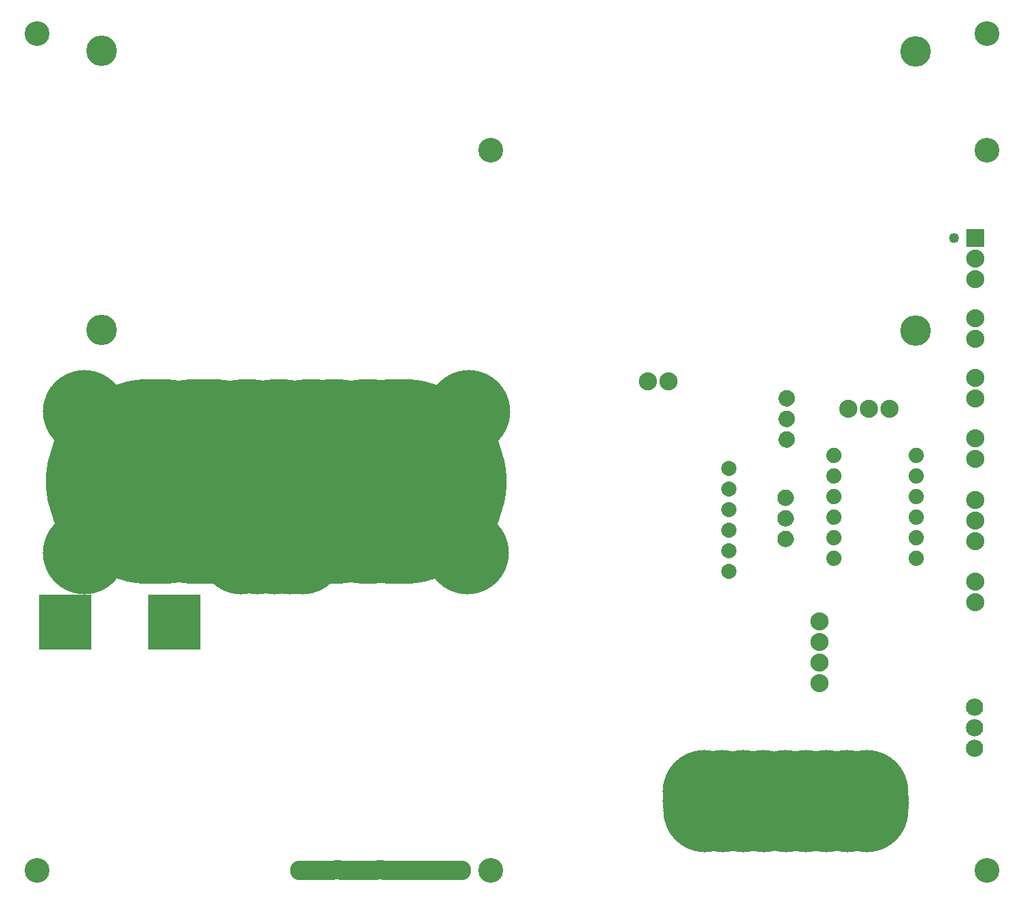
<source format=gbs>
G04 MADE WITH FRITZING*
G04 WWW.FRITZING.ORG*
G04 DOUBLE SIDED*
G04 HOLES PLATED*
G04 CONTOUR ON CENTER OF CONTOUR VECTOR*
%ASAXBY*%
%FSLAX23Y23*%
%MOIN*%
%OFA0B0*%
%SFA1.0B1.0*%
%ADD10C,0.049370*%
%ADD11C,0.096614*%
%ADD12C,0.403700*%
%ADD13C,0.084008*%
%ADD14C,0.084000*%
%ADD15C,0.120236*%
%ADD16C,0.148425*%
%ADD17C,0.073528*%
%ADD18C,0.074000*%
%ADD19C,0.994252*%
%ADD20C,0.088000*%
%ADD21R,0.258087X0.265055*%
%ADD22R,0.088000X0.088000*%
%ADD23R,0.001000X0.001000*%
%LNMASK0*%
G90*
G70*
G54D10*
X4541Y3159D03*
G54D11*
X2148Y86D03*
G54D12*
X4116Y468D03*
X4118Y374D03*
X3820Y469D03*
X3822Y375D03*
X4022Y469D03*
G54D13*
X753Y1292D03*
G54D14*
X223Y1292D03*
G54D12*
X4024Y375D03*
X3517Y469D03*
X3519Y375D03*
X3920Y469D03*
X3922Y375D03*
X3721Y468D03*
X3723Y374D03*
X3614Y469D03*
X3616Y375D03*
X3329Y469D03*
X3327Y422D03*
X3331Y375D03*
X4122Y414D03*
X3415Y469D03*
X3417Y375D03*
G54D15*
X4702Y86D03*
G54D16*
X4354Y2707D03*
X401Y2710D03*
X4354Y4065D03*
X401Y4068D03*
G54D17*
X3448Y2037D03*
X3448Y1937D03*
X3448Y1837D03*
X3448Y1737D03*
X3448Y1637D03*
X3448Y1537D03*
G54D18*
X3959Y1702D03*
X3959Y1802D03*
X3959Y1902D03*
X3959Y2002D03*
X3959Y2102D03*
X4359Y2102D03*
X4359Y2002D03*
X4359Y1902D03*
X4359Y1802D03*
X4359Y1702D03*
X4359Y1602D03*
X3959Y1602D03*
G54D11*
X1547Y87D03*
X1572Y86D03*
X1516Y86D03*
X1462Y86D03*
X1412Y86D03*
X1363Y86D03*
X1962Y86D03*
X1754Y87D03*
X2094Y86D03*
X2044Y86D03*
X1987Y86D03*
G54D14*
X4642Y678D03*
X4642Y778D03*
X4642Y878D03*
G54D11*
X1938Y86D03*
X1883Y86D03*
X1829Y86D03*
X1777Y86D03*
X1727Y86D03*
X1674Y86D03*
X1622Y86D03*
G54D19*
X857Y1976D03*
X1108Y1976D03*
X1418Y1976D03*
X1530Y1976D03*
G54D12*
X1157Y1627D03*
X1315Y1628D03*
X1376Y1627D03*
X1078Y1627D03*
X1240Y1627D03*
X317Y1627D03*
X2179Y1627D03*
X317Y2316D03*
X2184Y2316D03*
G54D19*
X1871Y1974D03*
X627Y1974D03*
X693Y1976D03*
X937Y1976D03*
X1695Y1976D03*
X1260Y1976D03*
X1820Y1976D03*
G54D11*
X2119Y86D03*
X2013Y86D03*
X1908Y86D03*
X1802Y86D03*
X1699Y86D03*
X1597Y86D03*
X1491Y86D03*
X1388Y86D03*
X2067Y86D03*
X1856Y86D03*
X1649Y86D03*
X1442Y85D03*
G54D15*
X4702Y86D03*
X4702Y4150D03*
X86Y4150D03*
X86Y86D03*
G54D20*
X4645Y2477D03*
X4645Y2377D03*
X4026Y2328D03*
X4126Y2328D03*
X4226Y2328D03*
X3153Y2462D03*
X3053Y2462D03*
X4644Y1487D03*
X4644Y1387D03*
X3888Y1293D03*
X3888Y1193D03*
X3888Y1093D03*
X3888Y993D03*
X4644Y1886D03*
X4644Y1786D03*
X4644Y1686D03*
X4644Y2185D03*
X4644Y2085D03*
X4644Y2769D03*
X4644Y2669D03*
X4645Y3157D03*
X4645Y3057D03*
X4645Y2957D03*
G54D15*
X4702Y86D03*
X4702Y3583D03*
X2291Y86D03*
X2291Y3583D03*
G54D21*
X753Y1292D03*
X223Y1292D03*
G54D22*
X4645Y3157D03*
G54D23*
X3721Y2418D02*
X3735Y2418D01*
X3717Y2417D02*
X3739Y2417D01*
X3714Y2416D02*
X3742Y2416D01*
X3712Y2415D02*
X3745Y2415D01*
X3710Y2414D02*
X3747Y2414D01*
X3708Y2413D02*
X3748Y2413D01*
X3707Y2412D02*
X3750Y2412D01*
X3705Y2411D02*
X3751Y2411D01*
X3704Y2410D02*
X3753Y2410D01*
X3703Y2409D02*
X3754Y2409D01*
X3701Y2408D02*
X3755Y2408D01*
X3700Y2407D02*
X3756Y2407D01*
X3699Y2406D02*
X3757Y2406D01*
X3699Y2405D02*
X3758Y2405D01*
X3698Y2404D02*
X3759Y2404D01*
X3697Y2403D02*
X3759Y2403D01*
X3696Y2402D02*
X3760Y2402D01*
X3696Y2401D02*
X3761Y2401D01*
X3695Y2400D02*
X3762Y2400D01*
X3694Y2399D02*
X3762Y2399D01*
X3694Y2398D02*
X3763Y2398D01*
X3693Y2397D02*
X3763Y2397D01*
X3693Y2396D02*
X3764Y2396D01*
X3692Y2395D02*
X3764Y2395D01*
X3692Y2394D02*
X3765Y2394D01*
X3691Y2393D02*
X3765Y2393D01*
X3691Y2392D02*
X3765Y2392D01*
X3691Y2391D02*
X3766Y2391D01*
X3690Y2390D02*
X3766Y2390D01*
X3690Y2389D02*
X3766Y2389D01*
X3690Y2388D02*
X3767Y2388D01*
X3690Y2387D02*
X3767Y2387D01*
X3690Y2386D02*
X3767Y2386D01*
X3689Y2385D02*
X3767Y2385D01*
X3689Y2384D02*
X3767Y2384D01*
X3689Y2383D02*
X3767Y2383D01*
X3689Y2382D02*
X3768Y2382D01*
X3689Y2381D02*
X3768Y2381D01*
X3689Y2380D02*
X3768Y2380D01*
X3689Y2379D02*
X3768Y2379D01*
X3689Y2378D02*
X3768Y2378D01*
X3689Y2377D02*
X3768Y2377D01*
X3689Y2376D02*
X3768Y2376D01*
X3689Y2375D02*
X3768Y2375D01*
X3689Y2374D02*
X3767Y2374D01*
X3689Y2373D02*
X3767Y2373D01*
X3689Y2372D02*
X3767Y2372D01*
X3690Y2371D02*
X3767Y2371D01*
X3690Y2370D02*
X3767Y2370D01*
X3690Y2369D02*
X3766Y2369D01*
X3690Y2368D02*
X3766Y2368D01*
X3691Y2367D02*
X3766Y2367D01*
X3691Y2366D02*
X3766Y2366D01*
X3691Y2365D02*
X3765Y2365D01*
X3692Y2364D02*
X3765Y2364D01*
X3692Y2363D02*
X3764Y2363D01*
X3693Y2362D02*
X3764Y2362D01*
X3693Y2361D02*
X3764Y2361D01*
X3694Y2360D02*
X3763Y2360D01*
X3694Y2359D02*
X3762Y2359D01*
X3695Y2358D02*
X3762Y2358D01*
X3695Y2357D02*
X3761Y2357D01*
X3696Y2356D02*
X3761Y2356D01*
X3697Y2355D02*
X3760Y2355D01*
X3697Y2354D02*
X3759Y2354D01*
X3698Y2353D02*
X3758Y2353D01*
X3699Y2352D02*
X3757Y2352D01*
X3700Y2351D02*
X3756Y2351D01*
X3701Y2350D02*
X3755Y2350D01*
X3702Y2349D02*
X3754Y2349D01*
X3703Y2348D02*
X3753Y2348D01*
X3705Y2347D02*
X3752Y2347D01*
X3706Y2346D02*
X3750Y2346D01*
X3708Y2345D02*
X3749Y2345D01*
X3709Y2344D02*
X3747Y2344D01*
X3711Y2343D02*
X3745Y2343D01*
X3713Y2342D02*
X3743Y2342D01*
X3716Y2341D02*
X3741Y2341D01*
X3720Y2340D02*
X3737Y2340D01*
X3726Y2339D02*
X3731Y2339D01*
X3721Y2318D02*
X3735Y2318D01*
X3717Y2317D02*
X3740Y2317D01*
X3714Y2316D02*
X3742Y2316D01*
X3712Y2315D02*
X3745Y2315D01*
X3710Y2314D02*
X3747Y2314D01*
X3708Y2313D02*
X3748Y2313D01*
X3707Y2312D02*
X3750Y2312D01*
X3705Y2311D02*
X3751Y2311D01*
X3704Y2310D02*
X3753Y2310D01*
X3703Y2309D02*
X3754Y2309D01*
X3701Y2308D02*
X3755Y2308D01*
X3700Y2307D02*
X3756Y2307D01*
X3699Y2306D02*
X3757Y2306D01*
X3699Y2305D02*
X3758Y2305D01*
X3698Y2304D02*
X3759Y2304D01*
X3697Y2303D02*
X3760Y2303D01*
X3696Y2302D02*
X3760Y2302D01*
X3696Y2301D02*
X3761Y2301D01*
X3695Y2300D02*
X3762Y2300D01*
X3694Y2299D02*
X3762Y2299D01*
X3694Y2298D02*
X3763Y2298D01*
X3693Y2297D02*
X3763Y2297D01*
X3693Y2296D02*
X3764Y2296D01*
X3692Y2295D02*
X3764Y2295D01*
X3692Y2294D02*
X3765Y2294D01*
X3691Y2293D02*
X3765Y2293D01*
X3691Y2292D02*
X3765Y2292D01*
X3691Y2291D02*
X3766Y2291D01*
X3690Y2290D02*
X3766Y2290D01*
X3690Y2289D02*
X3766Y2289D01*
X3690Y2288D02*
X3767Y2288D01*
X3690Y2287D02*
X3767Y2287D01*
X3690Y2286D02*
X3767Y2286D01*
X3689Y2285D02*
X3767Y2285D01*
X3689Y2284D02*
X3767Y2284D01*
X3689Y2283D02*
X3767Y2283D01*
X3689Y2282D02*
X3768Y2282D01*
X3689Y2281D02*
X3768Y2281D01*
X3689Y2280D02*
X3768Y2280D01*
X3689Y2279D02*
X3768Y2279D01*
X3689Y2278D02*
X3768Y2278D01*
X3689Y2277D02*
X3768Y2277D01*
X3689Y2276D02*
X3768Y2276D01*
X3689Y2275D02*
X3768Y2275D01*
X3689Y2274D02*
X3767Y2274D01*
X3689Y2273D02*
X3767Y2273D01*
X3689Y2272D02*
X3767Y2272D01*
X3690Y2271D02*
X3767Y2271D01*
X3690Y2270D02*
X3767Y2270D01*
X3690Y2269D02*
X3766Y2269D01*
X3690Y2268D02*
X3766Y2268D01*
X3691Y2267D02*
X3766Y2267D01*
X3691Y2266D02*
X3766Y2266D01*
X3691Y2265D02*
X3765Y2265D01*
X3692Y2264D02*
X3765Y2264D01*
X3692Y2263D02*
X3764Y2263D01*
X3693Y2262D02*
X3764Y2262D01*
X3693Y2261D02*
X3764Y2261D01*
X3694Y2260D02*
X3763Y2260D01*
X3694Y2259D02*
X3762Y2259D01*
X3695Y2258D02*
X3762Y2258D01*
X3695Y2257D02*
X3761Y2257D01*
X3696Y2256D02*
X3761Y2256D01*
X3697Y2255D02*
X3760Y2255D01*
X3697Y2254D02*
X3759Y2254D01*
X3698Y2253D02*
X3758Y2253D01*
X3699Y2252D02*
X3757Y2252D01*
X3700Y2251D02*
X3756Y2251D01*
X3701Y2250D02*
X3755Y2250D01*
X3702Y2249D02*
X3754Y2249D01*
X3703Y2248D02*
X3753Y2248D01*
X3705Y2247D02*
X3752Y2247D01*
X3706Y2246D02*
X3750Y2246D01*
X3708Y2245D02*
X3749Y2245D01*
X3709Y2244D02*
X3747Y2244D01*
X3711Y2243D02*
X3745Y2243D01*
X3713Y2242D02*
X3743Y2242D01*
X3716Y2241D02*
X3741Y2241D01*
X3720Y2240D02*
X3737Y2240D01*
X3726Y2239D02*
X3731Y2239D01*
X3721Y2218D02*
X3735Y2218D01*
X3717Y2217D02*
X3740Y2217D01*
X3714Y2216D02*
X3742Y2216D01*
X3712Y2215D02*
X3745Y2215D01*
X3710Y2214D02*
X3747Y2214D01*
X3708Y2213D02*
X3748Y2213D01*
X3707Y2212D02*
X3750Y2212D01*
X3705Y2211D02*
X3751Y2211D01*
X3704Y2210D02*
X3753Y2210D01*
X3703Y2209D02*
X3754Y2209D01*
X3701Y2208D02*
X3755Y2208D01*
X3700Y2207D02*
X3756Y2207D01*
X3699Y2206D02*
X3757Y2206D01*
X3699Y2205D02*
X3758Y2205D01*
X3698Y2204D02*
X3759Y2204D01*
X3697Y2203D02*
X3760Y2203D01*
X3696Y2202D02*
X3760Y2202D01*
X3696Y2201D02*
X3761Y2201D01*
X3695Y2200D02*
X3762Y2200D01*
X3694Y2199D02*
X3762Y2199D01*
X3694Y2198D02*
X3763Y2198D01*
X3693Y2197D02*
X3763Y2197D01*
X3693Y2196D02*
X3764Y2196D01*
X3692Y2195D02*
X3764Y2195D01*
X3692Y2194D02*
X3765Y2194D01*
X3691Y2193D02*
X3765Y2193D01*
X3691Y2192D02*
X3765Y2192D01*
X3691Y2191D02*
X3766Y2191D01*
X3690Y2190D02*
X3766Y2190D01*
X3690Y2189D02*
X3766Y2189D01*
X3690Y2188D02*
X3767Y2188D01*
X3690Y2187D02*
X3767Y2187D01*
X3690Y2186D02*
X3767Y2186D01*
X3689Y2185D02*
X3767Y2185D01*
X3689Y2184D02*
X3767Y2184D01*
X3689Y2183D02*
X3767Y2183D01*
X3689Y2182D02*
X3768Y2182D01*
X3689Y2181D02*
X3768Y2181D01*
X3689Y2180D02*
X3768Y2180D01*
X3689Y2179D02*
X3768Y2179D01*
X3689Y2178D02*
X3768Y2178D01*
X3689Y2177D02*
X3768Y2177D01*
X3689Y2176D02*
X3768Y2176D01*
X3689Y2175D02*
X3768Y2175D01*
X3689Y2174D02*
X3767Y2174D01*
X3689Y2173D02*
X3767Y2173D01*
X3689Y2172D02*
X3767Y2172D01*
X3690Y2171D02*
X3767Y2171D01*
X3690Y2170D02*
X3767Y2170D01*
X3690Y2169D02*
X3766Y2169D01*
X3690Y2168D02*
X3766Y2168D01*
X3691Y2167D02*
X3766Y2167D01*
X3691Y2166D02*
X3766Y2166D01*
X3691Y2165D02*
X3765Y2165D01*
X3692Y2164D02*
X3765Y2164D01*
X3692Y2163D02*
X3764Y2163D01*
X3693Y2162D02*
X3764Y2162D01*
X3693Y2161D02*
X3764Y2161D01*
X3694Y2160D02*
X3763Y2160D01*
X3694Y2159D02*
X3762Y2159D01*
X3695Y2158D02*
X3762Y2158D01*
X3695Y2157D02*
X3761Y2157D01*
X3696Y2156D02*
X3761Y2156D01*
X3697Y2155D02*
X3760Y2155D01*
X3697Y2154D02*
X3759Y2154D01*
X3698Y2153D02*
X3758Y2153D01*
X3699Y2152D02*
X3757Y2152D01*
X3700Y2151D02*
X3756Y2151D01*
X3701Y2150D02*
X3755Y2150D01*
X3702Y2149D02*
X3754Y2149D01*
X3703Y2148D02*
X3753Y2148D01*
X3705Y2147D02*
X3752Y2147D01*
X3706Y2146D02*
X3750Y2146D01*
X3708Y2145D02*
X3749Y2145D01*
X3709Y2144D02*
X3747Y2144D01*
X3711Y2143D02*
X3745Y2143D01*
X3713Y2142D02*
X3743Y2142D01*
X3716Y2141D02*
X3741Y2141D01*
X3720Y2140D02*
X3737Y2140D01*
X3726Y2139D02*
X3731Y2139D01*
X3718Y1935D02*
X3728Y1935D01*
X3713Y1934D02*
X3733Y1934D01*
X3709Y1933D02*
X3736Y1933D01*
X3707Y1932D02*
X3738Y1932D01*
X3705Y1931D02*
X3741Y1931D01*
X3703Y1930D02*
X3742Y1930D01*
X3702Y1929D02*
X3744Y1929D01*
X3700Y1928D02*
X3745Y1928D01*
X3699Y1927D02*
X3747Y1927D01*
X3697Y1926D02*
X3748Y1926D01*
X3696Y1925D02*
X3749Y1925D01*
X3695Y1924D02*
X3750Y1924D01*
X3694Y1923D02*
X3751Y1923D01*
X3693Y1922D02*
X3752Y1922D01*
X3692Y1921D02*
X3753Y1921D01*
X3692Y1920D02*
X3754Y1920D01*
X3691Y1919D02*
X3754Y1919D01*
X3690Y1918D02*
X3755Y1918D01*
X3690Y1917D02*
X3756Y1917D01*
X3689Y1916D02*
X3756Y1916D01*
X3688Y1915D02*
X3757Y1915D01*
X3688Y1914D02*
X3758Y1914D01*
X3687Y1913D02*
X3758Y1913D01*
X3687Y1912D02*
X3759Y1912D01*
X3686Y1911D02*
X3759Y1911D01*
X3686Y1910D02*
X3759Y1910D01*
X3686Y1909D02*
X3760Y1909D01*
X3685Y1908D02*
X3760Y1908D01*
X3685Y1907D02*
X3760Y1907D01*
X3685Y1906D02*
X3761Y1906D01*
X3684Y1905D02*
X3761Y1905D01*
X3684Y1904D02*
X3761Y1904D01*
X3684Y1903D02*
X3761Y1903D01*
X3684Y1902D02*
X3762Y1902D01*
X3684Y1901D02*
X3762Y1901D01*
X3684Y1900D02*
X3762Y1900D01*
X3683Y1899D02*
X3762Y1899D01*
X3683Y1898D02*
X3762Y1898D01*
X3683Y1897D02*
X3762Y1897D01*
X3683Y1896D02*
X3762Y1896D01*
X3683Y1895D02*
X3762Y1895D01*
X3683Y1894D02*
X3762Y1894D01*
X3683Y1893D02*
X3762Y1893D01*
X3683Y1892D02*
X3762Y1892D01*
X3684Y1891D02*
X3762Y1891D01*
X3684Y1890D02*
X3762Y1890D01*
X3684Y1889D02*
X3762Y1889D01*
X3684Y1888D02*
X3761Y1888D01*
X3684Y1887D02*
X3761Y1887D01*
X3684Y1886D02*
X3761Y1886D01*
X3685Y1885D02*
X3761Y1885D01*
X3685Y1884D02*
X3760Y1884D01*
X3685Y1883D02*
X3760Y1883D01*
X3686Y1882D02*
X3760Y1882D01*
X3686Y1881D02*
X3759Y1881D01*
X3686Y1880D02*
X3759Y1880D01*
X3687Y1879D02*
X3759Y1879D01*
X3687Y1878D02*
X3758Y1878D01*
X3688Y1877D02*
X3758Y1877D01*
X3688Y1876D02*
X3757Y1876D01*
X3689Y1875D02*
X3756Y1875D01*
X3690Y1874D02*
X3756Y1874D01*
X3690Y1873D02*
X3755Y1873D01*
X3691Y1872D02*
X3754Y1872D01*
X3692Y1871D02*
X3754Y1871D01*
X3692Y1870D02*
X3753Y1870D01*
X3693Y1869D02*
X3752Y1869D01*
X3694Y1868D02*
X3751Y1868D01*
X3695Y1867D02*
X3750Y1867D01*
X3696Y1866D02*
X3749Y1866D01*
X3697Y1865D02*
X3748Y1865D01*
X3699Y1864D02*
X3747Y1864D01*
X3700Y1863D02*
X3745Y1863D01*
X3702Y1862D02*
X3744Y1862D01*
X3703Y1861D02*
X3742Y1861D01*
X3705Y1860D02*
X3741Y1860D01*
X3707Y1859D02*
X3738Y1859D01*
X3709Y1858D02*
X3736Y1858D01*
X3713Y1857D02*
X3733Y1857D01*
X3718Y1856D02*
X3728Y1856D01*
X3718Y1835D02*
X3728Y1835D01*
X3713Y1834D02*
X3733Y1834D01*
X3709Y1833D02*
X3736Y1833D01*
X3707Y1832D02*
X3739Y1832D01*
X3705Y1831D02*
X3741Y1831D01*
X3703Y1830D02*
X3742Y1830D01*
X3701Y1829D02*
X3744Y1829D01*
X3700Y1828D02*
X3745Y1828D01*
X3699Y1827D02*
X3747Y1827D01*
X3697Y1826D02*
X3748Y1826D01*
X3696Y1825D02*
X3749Y1825D01*
X3695Y1824D02*
X3750Y1824D01*
X3694Y1823D02*
X3751Y1823D01*
X3693Y1822D02*
X3752Y1822D01*
X3692Y1821D02*
X3753Y1821D01*
X3692Y1820D02*
X3754Y1820D01*
X3691Y1819D02*
X3754Y1819D01*
X3690Y1818D02*
X3755Y1818D01*
X3690Y1817D02*
X3756Y1817D01*
X3689Y1816D02*
X3756Y1816D01*
X3688Y1815D02*
X3757Y1815D01*
X3688Y1814D02*
X3758Y1814D01*
X3687Y1813D02*
X3758Y1813D01*
X3687Y1812D02*
X3759Y1812D01*
X3686Y1811D02*
X3759Y1811D01*
X3686Y1810D02*
X3759Y1810D01*
X3686Y1809D02*
X3760Y1809D01*
X3685Y1808D02*
X3760Y1808D01*
X3685Y1807D02*
X3760Y1807D01*
X3685Y1806D02*
X3761Y1806D01*
X3684Y1805D02*
X3761Y1805D01*
X3684Y1804D02*
X3761Y1804D01*
X3684Y1803D02*
X3761Y1803D01*
X3684Y1802D02*
X3762Y1802D01*
X3684Y1801D02*
X3762Y1801D01*
X3684Y1800D02*
X3762Y1800D01*
X3683Y1799D02*
X3762Y1799D01*
X3683Y1798D02*
X3762Y1798D01*
X3683Y1797D02*
X3762Y1797D01*
X3683Y1796D02*
X3762Y1796D01*
X3683Y1795D02*
X3762Y1795D01*
X3683Y1794D02*
X3762Y1794D01*
X3683Y1793D02*
X3762Y1793D01*
X3683Y1792D02*
X3762Y1792D01*
X3684Y1791D02*
X3762Y1791D01*
X3684Y1790D02*
X3762Y1790D01*
X3684Y1789D02*
X3762Y1789D01*
X3684Y1788D02*
X3761Y1788D01*
X3684Y1787D02*
X3761Y1787D01*
X3684Y1786D02*
X3761Y1786D01*
X3685Y1785D02*
X3761Y1785D01*
X3685Y1784D02*
X3760Y1784D01*
X3685Y1783D02*
X3760Y1783D01*
X3686Y1782D02*
X3760Y1782D01*
X3686Y1781D02*
X3759Y1781D01*
X3686Y1780D02*
X3759Y1780D01*
X3687Y1779D02*
X3759Y1779D01*
X3687Y1778D02*
X3758Y1778D01*
X3688Y1777D02*
X3758Y1777D01*
X3688Y1776D02*
X3757Y1776D01*
X3689Y1775D02*
X3756Y1775D01*
X3690Y1774D02*
X3756Y1774D01*
X3690Y1773D02*
X3755Y1773D01*
X3691Y1772D02*
X3754Y1772D01*
X3692Y1771D02*
X3754Y1771D01*
X3692Y1770D02*
X3753Y1770D01*
X3693Y1769D02*
X3752Y1769D01*
X3694Y1768D02*
X3751Y1768D01*
X3695Y1767D02*
X3750Y1767D01*
X3696Y1766D02*
X3749Y1766D01*
X3697Y1765D02*
X3748Y1765D01*
X3699Y1764D02*
X3747Y1764D01*
X3700Y1763D02*
X3745Y1763D01*
X3702Y1762D02*
X3744Y1762D01*
X3703Y1761D02*
X3742Y1761D01*
X3705Y1760D02*
X3741Y1760D01*
X3707Y1759D02*
X3738Y1759D01*
X3709Y1758D02*
X3736Y1758D01*
X3713Y1757D02*
X3733Y1757D01*
X3718Y1756D02*
X3728Y1756D01*
X3717Y1735D02*
X3728Y1735D01*
X3713Y1734D02*
X3733Y1734D01*
X3709Y1733D02*
X3736Y1733D01*
X3707Y1732D02*
X3739Y1732D01*
X3705Y1731D02*
X3741Y1731D01*
X3703Y1730D02*
X3742Y1730D01*
X3701Y1729D02*
X3744Y1729D01*
X3700Y1728D02*
X3745Y1728D01*
X3699Y1727D02*
X3747Y1727D01*
X3697Y1726D02*
X3748Y1726D01*
X3696Y1725D02*
X3749Y1725D01*
X3695Y1724D02*
X3750Y1724D01*
X3694Y1723D02*
X3751Y1723D01*
X3693Y1722D02*
X3752Y1722D01*
X3692Y1721D02*
X3753Y1721D01*
X3692Y1720D02*
X3754Y1720D01*
X3691Y1719D02*
X3754Y1719D01*
X3690Y1718D02*
X3755Y1718D01*
X3690Y1717D02*
X3756Y1717D01*
X3689Y1716D02*
X3756Y1716D01*
X3688Y1715D02*
X3757Y1715D01*
X3688Y1714D02*
X3758Y1714D01*
X3687Y1713D02*
X3758Y1713D01*
X3687Y1712D02*
X3759Y1712D01*
X3686Y1711D02*
X3759Y1711D01*
X3686Y1710D02*
X3759Y1710D01*
X3686Y1709D02*
X3760Y1709D01*
X3685Y1708D02*
X3760Y1708D01*
X3685Y1707D02*
X3760Y1707D01*
X3685Y1706D02*
X3761Y1706D01*
X3684Y1705D02*
X3761Y1705D01*
X3684Y1704D02*
X3761Y1704D01*
X3684Y1703D02*
X3761Y1703D01*
X3684Y1702D02*
X3762Y1702D01*
X3684Y1701D02*
X3762Y1701D01*
X3684Y1700D02*
X3762Y1700D01*
X3683Y1699D02*
X3762Y1699D01*
X3683Y1698D02*
X3762Y1698D01*
X3683Y1697D02*
X3762Y1697D01*
X3683Y1696D02*
X3762Y1696D01*
X3683Y1695D02*
X3762Y1695D01*
X3683Y1694D02*
X3762Y1694D01*
X3683Y1693D02*
X3762Y1693D01*
X3683Y1692D02*
X3762Y1692D01*
X3684Y1691D02*
X3762Y1691D01*
X3684Y1690D02*
X3762Y1690D01*
X3684Y1689D02*
X3762Y1689D01*
X3684Y1688D02*
X3761Y1688D01*
X3684Y1687D02*
X3761Y1687D01*
X3684Y1686D02*
X3761Y1686D01*
X3685Y1685D02*
X3761Y1685D01*
X3685Y1684D02*
X3760Y1684D01*
X3685Y1683D02*
X3760Y1683D01*
X3686Y1682D02*
X3760Y1682D01*
X3686Y1681D02*
X3759Y1681D01*
X3686Y1680D02*
X3759Y1680D01*
X3687Y1679D02*
X3759Y1679D01*
X3687Y1678D02*
X3758Y1678D01*
X3688Y1677D02*
X3758Y1677D01*
X3688Y1676D02*
X3757Y1676D01*
X3689Y1675D02*
X3756Y1675D01*
X3690Y1674D02*
X3756Y1674D01*
X3690Y1673D02*
X3755Y1673D01*
X3691Y1672D02*
X3754Y1672D01*
X3692Y1671D02*
X3754Y1671D01*
X3692Y1670D02*
X3753Y1670D01*
X3693Y1669D02*
X3752Y1669D01*
X3694Y1668D02*
X3751Y1668D01*
X3695Y1667D02*
X3750Y1667D01*
X3696Y1666D02*
X3749Y1666D01*
X3697Y1665D02*
X3748Y1665D01*
X3699Y1664D02*
X3747Y1664D01*
X3700Y1663D02*
X3745Y1663D01*
X3702Y1662D02*
X3744Y1662D01*
X3703Y1661D02*
X3742Y1661D01*
X3705Y1660D02*
X3741Y1660D01*
X3707Y1659D02*
X3738Y1659D01*
X3709Y1658D02*
X3736Y1658D01*
X3713Y1657D02*
X3733Y1657D01*
X3718Y1656D02*
X3728Y1656D01*
D02*
G04 End of Mask0*
M02*
</source>
